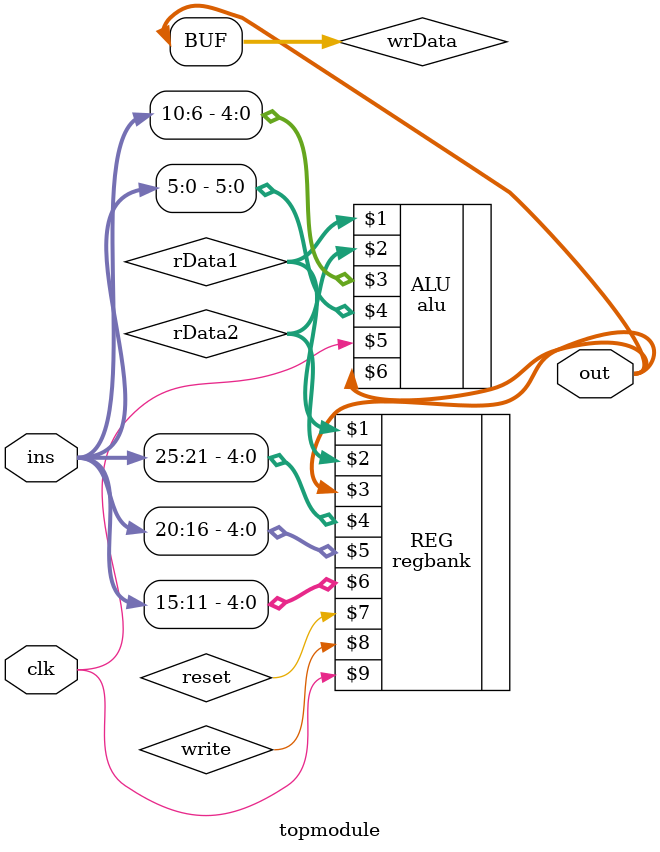
<source format=v>
module topmodule(ins, clk, out);
    input [31:0] ins; 
    input clk;
    
    output reg [31:0] out;
                            
    wire [31:0] rData1, rData2, wrData; 
    assign wrData = out;
    regbank REG(rData1, rData2, wrData, ins[25:21], ins[20:16], ins[15:11], reset, write, clk);
    alu ALU(rData1,rData2,ins[10:6],ins[5:0],clk,out);

endmodule
</source>
